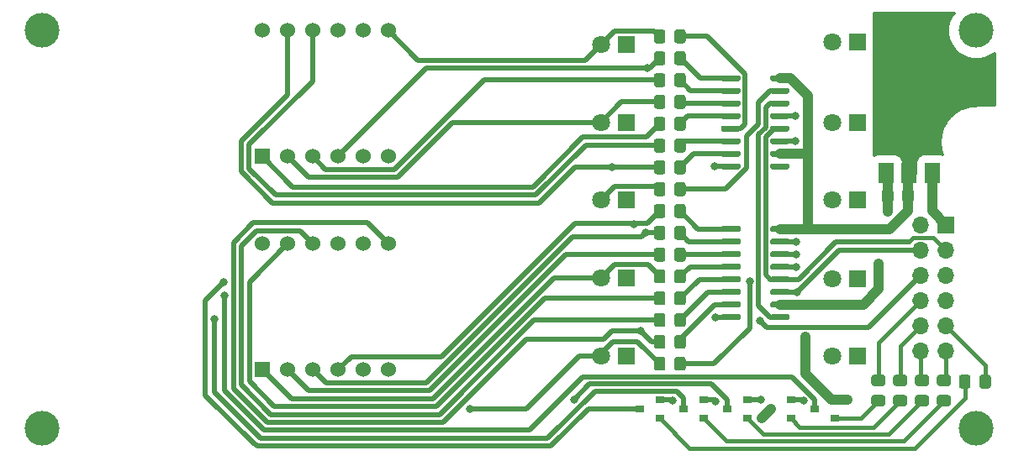
<source format=gbr>
G04 #@! TF.GenerationSoftware,KiCad,Pcbnew,(5.1.6-0-10_14)*
G04 #@! TF.CreationDate,2020-10-10T00:55:13+02:00*
G04 #@! TF.ProjectId,ka3005p_displaydriver,6b613330-3035-4705-9f64-6973706c6179,rev?*
G04 #@! TF.SameCoordinates,Original*
G04 #@! TF.FileFunction,Copper,L1,Top*
G04 #@! TF.FilePolarity,Positive*
%FSLAX46Y46*%
G04 Gerber Fmt 4.6, Leading zero omitted, Abs format (unit mm)*
G04 Created by KiCad (PCBNEW (5.1.6-0-10_14)) date 2020-10-10 00:55:13*
%MOMM*%
%LPD*%
G01*
G04 APERTURE LIST*
G04 #@! TA.AperFunction,NonConductor*
%ADD10C,0.100000*%
G04 #@! TD*
G04 #@! TA.AperFunction,WasherPad*
%ADD11C,3.500000*%
G04 #@! TD*
G04 #@! TA.AperFunction,ComponentPad*
%ADD12C,1.524000*%
G04 #@! TD*
G04 #@! TA.AperFunction,ComponentPad*
%ADD13R,1.524000X1.524000*%
G04 #@! TD*
G04 #@! TA.AperFunction,SMDPad,CuDef*
%ADD14R,0.900000X0.800000*%
G04 #@! TD*
G04 #@! TA.AperFunction,ComponentPad*
%ADD15R,1.800000X1.800000*%
G04 #@! TD*
G04 #@! TA.AperFunction,ComponentPad*
%ADD16C,1.800000*%
G04 #@! TD*
G04 #@! TA.AperFunction,SMDPad,CuDef*
%ADD17R,1.500000X2.000000*%
G04 #@! TD*
G04 #@! TA.AperFunction,SMDPad,CuDef*
%ADD18R,3.800000X2.000000*%
G04 #@! TD*
G04 #@! TA.AperFunction,ComponentPad*
%ADD19R,1.700000X1.700000*%
G04 #@! TD*
G04 #@! TA.AperFunction,ComponentPad*
%ADD20O,1.700000X1.700000*%
G04 #@! TD*
G04 #@! TA.AperFunction,ViaPad*
%ADD21C,0.800000*%
G04 #@! TD*
G04 #@! TA.AperFunction,ViaPad*
%ADD22C,1.000000*%
G04 #@! TD*
G04 #@! TA.AperFunction,ViaPad*
%ADD23C,1.200000*%
G04 #@! TD*
G04 #@! TA.AperFunction,ViaPad*
%ADD24C,2.000000*%
G04 #@! TD*
G04 #@! TA.AperFunction,Conductor*
%ADD25C,0.500000*%
G04 #@! TD*
G04 #@! TA.AperFunction,Conductor*
%ADD26C,0.400000*%
G04 #@! TD*
G04 #@! TA.AperFunction,Conductor*
%ADD27C,1.000000*%
G04 #@! TD*
G04 #@! TA.AperFunction,Conductor*
%ADD28C,0.254000*%
G04 #@! TD*
G04 APERTURE END LIST*
D10*
G36*
X190470000Y-93430000D02*
G01*
X189990000Y-94000000D01*
X189910000Y-93930000D01*
X190400000Y-93370000D01*
X190470000Y-93430000D01*
G37*
D11*
X102500000Y-112600000D03*
X196600000Y-112600000D03*
X196600000Y-72500000D03*
X102500000Y-72500000D03*
G04 #@! TA.AperFunction,SMDPad,CuDef*
G36*
G01*
X189155000Y-89620001D02*
X189155000Y-88719999D01*
G75*
G02*
X189404999Y-88470000I249999J0D01*
G01*
X190055001Y-88470000D01*
G75*
G02*
X190305000Y-88719999I0J-249999D01*
G01*
X190305000Y-89620001D01*
G75*
G02*
X190055001Y-89870000I-249999J0D01*
G01*
X189404999Y-89870000D01*
G75*
G02*
X189155000Y-89620001I0J249999D01*
G01*
G37*
G04 #@! TD.AperFunction*
G04 #@! TA.AperFunction,SMDPad,CuDef*
G36*
G01*
X187105000Y-89620001D02*
X187105000Y-88719999D01*
G75*
G02*
X187354999Y-88470000I249999J0D01*
G01*
X188005001Y-88470000D01*
G75*
G02*
X188255000Y-88719999I0J-249999D01*
G01*
X188255000Y-89620001D01*
G75*
G02*
X188005001Y-89870000I-249999J0D01*
G01*
X187354999Y-89870000D01*
G75*
G02*
X187105000Y-89620001I0J249999D01*
G01*
G37*
G04 #@! TD.AperFunction*
D12*
X137400000Y-72500000D03*
X134860000Y-72500000D03*
X132320000Y-72500000D03*
X129780000Y-72500000D03*
X127240000Y-72500000D03*
X124700000Y-72500000D03*
X137400000Y-85200000D03*
X134860000Y-85200000D03*
X132320000Y-85200000D03*
X129780000Y-85200000D03*
X127240000Y-85200000D03*
D13*
X124700000Y-85200000D03*
G04 #@! TA.AperFunction,SMDPad,CuDef*
G36*
G01*
X188499999Y-109250000D02*
X189400001Y-109250000D01*
G75*
G02*
X189650000Y-109499999I0J-249999D01*
G01*
X189650000Y-110150001D01*
G75*
G02*
X189400001Y-110400000I-249999J0D01*
G01*
X188499999Y-110400000D01*
G75*
G02*
X188250000Y-110150001I0J249999D01*
G01*
X188250000Y-109499999D01*
G75*
G02*
X188499999Y-109250000I249999J0D01*
G01*
G37*
G04 #@! TD.AperFunction*
G04 #@! TA.AperFunction,SMDPad,CuDef*
G36*
G01*
X188499999Y-107200000D02*
X189400001Y-107200000D01*
G75*
G02*
X189650000Y-107449999I0J-249999D01*
G01*
X189650000Y-108100001D01*
G75*
G02*
X189400001Y-108350000I-249999J0D01*
G01*
X188499999Y-108350000D01*
G75*
G02*
X188250000Y-108100001I0J249999D01*
G01*
X188250000Y-107449999D01*
G75*
G02*
X188499999Y-107200000I249999J0D01*
G01*
G37*
G04 #@! TD.AperFunction*
G04 #@! TA.AperFunction,SMDPad,CuDef*
G36*
G01*
X190699999Y-109250000D02*
X191600001Y-109250000D01*
G75*
G02*
X191850000Y-109499999I0J-249999D01*
G01*
X191850000Y-110150001D01*
G75*
G02*
X191600001Y-110400000I-249999J0D01*
G01*
X190699999Y-110400000D01*
G75*
G02*
X190450000Y-110150001I0J249999D01*
G01*
X190450000Y-109499999D01*
G75*
G02*
X190699999Y-109250000I249999J0D01*
G01*
G37*
G04 #@! TD.AperFunction*
G04 #@! TA.AperFunction,SMDPad,CuDef*
G36*
G01*
X190699999Y-107200000D02*
X191600001Y-107200000D01*
G75*
G02*
X191850000Y-107449999I0J-249999D01*
G01*
X191850000Y-108100001D01*
G75*
G02*
X191600001Y-108350000I-249999J0D01*
G01*
X190699999Y-108350000D01*
G75*
G02*
X190450000Y-108100001I0J249999D01*
G01*
X190450000Y-107449999D01*
G75*
G02*
X190699999Y-107200000I249999J0D01*
G01*
G37*
G04 #@! TD.AperFunction*
G04 #@! TA.AperFunction,SMDPad,CuDef*
G36*
G01*
X192899999Y-109250000D02*
X193800001Y-109250000D01*
G75*
G02*
X194050000Y-109499999I0J-249999D01*
G01*
X194050000Y-110150001D01*
G75*
G02*
X193800001Y-110400000I-249999J0D01*
G01*
X192899999Y-110400000D01*
G75*
G02*
X192650000Y-110150001I0J249999D01*
G01*
X192650000Y-109499999D01*
G75*
G02*
X192899999Y-109250000I249999J0D01*
G01*
G37*
G04 #@! TD.AperFunction*
G04 #@! TA.AperFunction,SMDPad,CuDef*
G36*
G01*
X192899999Y-107200000D02*
X193800001Y-107200000D01*
G75*
G02*
X194050000Y-107449999I0J-249999D01*
G01*
X194050000Y-108100001D01*
G75*
G02*
X193800001Y-108350000I-249999J0D01*
G01*
X192899999Y-108350000D01*
G75*
G02*
X192650000Y-108100001I0J249999D01*
G01*
X192650000Y-107449999D01*
G75*
G02*
X192899999Y-107200000I249999J0D01*
G01*
G37*
G04 #@! TD.AperFunction*
D14*
X175950000Y-110650000D03*
X177950000Y-109700000D03*
X177950000Y-111600000D03*
D12*
X137420000Y-94000000D03*
X134880000Y-94000000D03*
X132340000Y-94000000D03*
X129800000Y-94000000D03*
X127260000Y-94000000D03*
X124720000Y-94000000D03*
X137420000Y-106700000D03*
X134880000Y-106700000D03*
X132340000Y-106700000D03*
X129800000Y-106700000D03*
X127260000Y-106700000D03*
D13*
X124720000Y-106700000D03*
D14*
X180350000Y-110650000D03*
X182350000Y-109700000D03*
X182350000Y-111600000D03*
D15*
X161340000Y-81800000D03*
D16*
X158800000Y-81800000D03*
D15*
X184640000Y-73650000D03*
D16*
X182100000Y-73650000D03*
D15*
X184640000Y-97500000D03*
D16*
X182100000Y-97500000D03*
D15*
X161340000Y-105300000D03*
D16*
X158800000Y-105300000D03*
D15*
X184640000Y-89600000D03*
D16*
X182100000Y-89600000D03*
D15*
X161340000Y-89600000D03*
D16*
X158800000Y-89600000D03*
D15*
X161340000Y-73900000D03*
D16*
X158800000Y-73900000D03*
D15*
X184640000Y-81800000D03*
D16*
X182100000Y-81800000D03*
D15*
X184640000Y-105300000D03*
D16*
X182100000Y-105300000D03*
G04 #@! TA.AperFunction,SMDPad,CuDef*
G36*
G01*
X196025000Y-107449999D02*
X196025000Y-108350001D01*
G75*
G02*
X195775001Y-108600000I-249999J0D01*
G01*
X195124999Y-108600000D01*
G75*
G02*
X194875000Y-108350001I0J249999D01*
G01*
X194875000Y-107449999D01*
G75*
G02*
X195124999Y-107200000I249999J0D01*
G01*
X195775001Y-107200000D01*
G75*
G02*
X196025000Y-107449999I0J-249999D01*
G01*
G37*
G04 #@! TD.AperFunction*
G04 #@! TA.AperFunction,SMDPad,CuDef*
G36*
G01*
X198075000Y-107449999D02*
X198075000Y-108350001D01*
G75*
G02*
X197825001Y-108600000I-249999J0D01*
G01*
X197174999Y-108600000D01*
G75*
G02*
X196925000Y-108350001I0J249999D01*
G01*
X196925000Y-107449999D01*
G75*
G02*
X197174999Y-107200000I249999J0D01*
G01*
X197825001Y-107200000D01*
G75*
G02*
X198075000Y-107449999I0J-249999D01*
G01*
G37*
G04 #@! TD.AperFunction*
G04 #@! TA.AperFunction,SMDPad,CuDef*
G36*
G01*
X186299999Y-109250000D02*
X187200001Y-109250000D01*
G75*
G02*
X187450000Y-109499999I0J-249999D01*
G01*
X187450000Y-110150001D01*
G75*
G02*
X187200001Y-110400000I-249999J0D01*
G01*
X186299999Y-110400000D01*
G75*
G02*
X186050000Y-110150001I0J249999D01*
G01*
X186050000Y-109499999D01*
G75*
G02*
X186299999Y-109250000I249999J0D01*
G01*
G37*
G04 #@! TD.AperFunction*
G04 #@! TA.AperFunction,SMDPad,CuDef*
G36*
G01*
X186299999Y-107200000D02*
X187200001Y-107200000D01*
G75*
G02*
X187450000Y-107449999I0J-249999D01*
G01*
X187450000Y-108100001D01*
G75*
G02*
X187200001Y-108350000I-249999J0D01*
G01*
X186299999Y-108350000D01*
G75*
G02*
X186050000Y-108100001I0J249999D01*
G01*
X186050000Y-107449999D01*
G75*
G02*
X186299999Y-107200000I249999J0D01*
G01*
G37*
G04 #@! TD.AperFunction*
D14*
X162750000Y-110650000D03*
X164750000Y-109700000D03*
X164750000Y-111600000D03*
X171550000Y-110650000D03*
X173550000Y-109700000D03*
X173550000Y-111600000D03*
X167150000Y-110650000D03*
X169150000Y-109700000D03*
X169150000Y-111600000D03*
D17*
X187550000Y-86850000D03*
X192150000Y-86850000D03*
X189850000Y-86850000D03*
D18*
X189850000Y-80550000D03*
G04 #@! TA.AperFunction,SMDPad,CuDef*
G36*
G01*
X166200000Y-106550001D02*
X166200000Y-105649999D01*
G75*
G02*
X166449999Y-105400000I249999J0D01*
G01*
X167100001Y-105400000D01*
G75*
G02*
X167350000Y-105649999I0J-249999D01*
G01*
X167350000Y-106550001D01*
G75*
G02*
X167100001Y-106800000I-249999J0D01*
G01*
X166449999Y-106800000D01*
G75*
G02*
X166200000Y-106550001I0J249999D01*
G01*
G37*
G04 #@! TD.AperFunction*
G04 #@! TA.AperFunction,SMDPad,CuDef*
G36*
G01*
X164150000Y-106550001D02*
X164150000Y-105649999D01*
G75*
G02*
X164399999Y-105400000I249999J0D01*
G01*
X165050001Y-105400000D01*
G75*
G02*
X165300000Y-105649999I0J-249999D01*
G01*
X165300000Y-106550001D01*
G75*
G02*
X165050001Y-106800000I-249999J0D01*
G01*
X164399999Y-106800000D01*
G75*
G02*
X164150000Y-106550001I0J249999D01*
G01*
G37*
G04 #@! TD.AperFunction*
G04 #@! TA.AperFunction,SMDPad,CuDef*
G36*
G01*
X166205000Y-91150001D02*
X166205000Y-90249999D01*
G75*
G02*
X166454999Y-90000000I249999J0D01*
G01*
X167105001Y-90000000D01*
G75*
G02*
X167355000Y-90249999I0J-249999D01*
G01*
X167355000Y-91150001D01*
G75*
G02*
X167105001Y-91400000I-249999J0D01*
G01*
X166454999Y-91400000D01*
G75*
G02*
X166205000Y-91150001I0J249999D01*
G01*
G37*
G04 #@! TD.AperFunction*
G04 #@! TA.AperFunction,SMDPad,CuDef*
G36*
G01*
X164155000Y-91150001D02*
X164155000Y-90249999D01*
G75*
G02*
X164404999Y-90000000I249999J0D01*
G01*
X165055001Y-90000000D01*
G75*
G02*
X165305000Y-90249999I0J-249999D01*
G01*
X165305000Y-91150001D01*
G75*
G02*
X165055001Y-91400000I-249999J0D01*
G01*
X164404999Y-91400000D01*
G75*
G02*
X164155000Y-91150001I0J249999D01*
G01*
G37*
G04 #@! TD.AperFunction*
G04 #@! TA.AperFunction,SMDPad,CuDef*
G36*
G01*
X166205000Y-93350001D02*
X166205000Y-92449999D01*
G75*
G02*
X166454999Y-92200000I249999J0D01*
G01*
X167105001Y-92200000D01*
G75*
G02*
X167355000Y-92449999I0J-249999D01*
G01*
X167355000Y-93350001D01*
G75*
G02*
X167105001Y-93600000I-249999J0D01*
G01*
X166454999Y-93600000D01*
G75*
G02*
X166205000Y-93350001I0J249999D01*
G01*
G37*
G04 #@! TD.AperFunction*
G04 #@! TA.AperFunction,SMDPad,CuDef*
G36*
G01*
X164155000Y-93350001D02*
X164155000Y-92449999D01*
G75*
G02*
X164404999Y-92200000I249999J0D01*
G01*
X165055001Y-92200000D01*
G75*
G02*
X165305000Y-92449999I0J-249999D01*
G01*
X165305000Y-93350001D01*
G75*
G02*
X165055001Y-93600000I-249999J0D01*
G01*
X164404999Y-93600000D01*
G75*
G02*
X164155000Y-93350001I0J249999D01*
G01*
G37*
G04 #@! TD.AperFunction*
G04 #@! TA.AperFunction,SMDPad,CuDef*
G36*
G01*
X166205000Y-95550001D02*
X166205000Y-94649999D01*
G75*
G02*
X166454999Y-94400000I249999J0D01*
G01*
X167105001Y-94400000D01*
G75*
G02*
X167355000Y-94649999I0J-249999D01*
G01*
X167355000Y-95550001D01*
G75*
G02*
X167105001Y-95800000I-249999J0D01*
G01*
X166454999Y-95800000D01*
G75*
G02*
X166205000Y-95550001I0J249999D01*
G01*
G37*
G04 #@! TD.AperFunction*
G04 #@! TA.AperFunction,SMDPad,CuDef*
G36*
G01*
X164155000Y-95550001D02*
X164155000Y-94649999D01*
G75*
G02*
X164404999Y-94400000I249999J0D01*
G01*
X165055001Y-94400000D01*
G75*
G02*
X165305000Y-94649999I0J-249999D01*
G01*
X165305000Y-95550001D01*
G75*
G02*
X165055001Y-95800000I-249999J0D01*
G01*
X164404999Y-95800000D01*
G75*
G02*
X164155000Y-95550001I0J249999D01*
G01*
G37*
G04 #@! TD.AperFunction*
G04 #@! TA.AperFunction,SMDPad,CuDef*
G36*
G01*
X166205000Y-97750001D02*
X166205000Y-96849999D01*
G75*
G02*
X166454999Y-96600000I249999J0D01*
G01*
X167105001Y-96600000D01*
G75*
G02*
X167355000Y-96849999I0J-249999D01*
G01*
X167355000Y-97750001D01*
G75*
G02*
X167105001Y-98000000I-249999J0D01*
G01*
X166454999Y-98000000D01*
G75*
G02*
X166205000Y-97750001I0J249999D01*
G01*
G37*
G04 #@! TD.AperFunction*
G04 #@! TA.AperFunction,SMDPad,CuDef*
G36*
G01*
X164155000Y-97750001D02*
X164155000Y-96849999D01*
G75*
G02*
X164404999Y-96600000I249999J0D01*
G01*
X165055001Y-96600000D01*
G75*
G02*
X165305000Y-96849999I0J-249999D01*
G01*
X165305000Y-97750001D01*
G75*
G02*
X165055001Y-98000000I-249999J0D01*
G01*
X164404999Y-98000000D01*
G75*
G02*
X164155000Y-97750001I0J249999D01*
G01*
G37*
G04 #@! TD.AperFunction*
G04 #@! TA.AperFunction,SMDPad,CuDef*
G36*
G01*
X166205000Y-99950001D02*
X166205000Y-99049999D01*
G75*
G02*
X166454999Y-98800000I249999J0D01*
G01*
X167105001Y-98800000D01*
G75*
G02*
X167355000Y-99049999I0J-249999D01*
G01*
X167355000Y-99950001D01*
G75*
G02*
X167105001Y-100200000I-249999J0D01*
G01*
X166454999Y-100200000D01*
G75*
G02*
X166205000Y-99950001I0J249999D01*
G01*
G37*
G04 #@! TD.AperFunction*
G04 #@! TA.AperFunction,SMDPad,CuDef*
G36*
G01*
X164155000Y-99950001D02*
X164155000Y-99049999D01*
G75*
G02*
X164404999Y-98800000I249999J0D01*
G01*
X165055001Y-98800000D01*
G75*
G02*
X165305000Y-99049999I0J-249999D01*
G01*
X165305000Y-99950001D01*
G75*
G02*
X165055001Y-100200000I-249999J0D01*
G01*
X164404999Y-100200000D01*
G75*
G02*
X164155000Y-99950001I0J249999D01*
G01*
G37*
G04 #@! TD.AperFunction*
G04 #@! TA.AperFunction,SMDPad,CuDef*
G36*
G01*
X166205000Y-102150001D02*
X166205000Y-101249999D01*
G75*
G02*
X166454999Y-101000000I249999J0D01*
G01*
X167105001Y-101000000D01*
G75*
G02*
X167355000Y-101249999I0J-249999D01*
G01*
X167355000Y-102150001D01*
G75*
G02*
X167105001Y-102400000I-249999J0D01*
G01*
X166454999Y-102400000D01*
G75*
G02*
X166205000Y-102150001I0J249999D01*
G01*
G37*
G04 #@! TD.AperFunction*
G04 #@! TA.AperFunction,SMDPad,CuDef*
G36*
G01*
X164155000Y-102150001D02*
X164155000Y-101249999D01*
G75*
G02*
X164404999Y-101000000I249999J0D01*
G01*
X165055001Y-101000000D01*
G75*
G02*
X165305000Y-101249999I0J-249999D01*
G01*
X165305000Y-102150001D01*
G75*
G02*
X165055001Y-102400000I-249999J0D01*
G01*
X164404999Y-102400000D01*
G75*
G02*
X164155000Y-102150001I0J249999D01*
G01*
G37*
G04 #@! TD.AperFunction*
G04 #@! TA.AperFunction,SMDPad,CuDef*
G36*
G01*
X166205000Y-104350001D02*
X166205000Y-103449999D01*
G75*
G02*
X166454999Y-103200000I249999J0D01*
G01*
X167105001Y-103200000D01*
G75*
G02*
X167355000Y-103449999I0J-249999D01*
G01*
X167355000Y-104350001D01*
G75*
G02*
X167105001Y-104600000I-249999J0D01*
G01*
X166454999Y-104600000D01*
G75*
G02*
X166205000Y-104350001I0J249999D01*
G01*
G37*
G04 #@! TD.AperFunction*
G04 #@! TA.AperFunction,SMDPad,CuDef*
G36*
G01*
X164155000Y-104350001D02*
X164155000Y-103449999D01*
G75*
G02*
X164404999Y-103200000I249999J0D01*
G01*
X165055001Y-103200000D01*
G75*
G02*
X165305000Y-103449999I0J-249999D01*
G01*
X165305000Y-104350001D01*
G75*
G02*
X165055001Y-104600000I-249999J0D01*
G01*
X164404999Y-104600000D01*
G75*
G02*
X164155000Y-104350001I0J249999D01*
G01*
G37*
G04 #@! TD.AperFunction*
G04 #@! TA.AperFunction,SMDPad,CuDef*
G36*
G01*
X166200000Y-88950001D02*
X166200000Y-88049999D01*
G75*
G02*
X166449999Y-87800000I249999J0D01*
G01*
X167100001Y-87800000D01*
G75*
G02*
X167350000Y-88049999I0J-249999D01*
G01*
X167350000Y-88950001D01*
G75*
G02*
X167100001Y-89200000I-249999J0D01*
G01*
X166449999Y-89200000D01*
G75*
G02*
X166200000Y-88950001I0J249999D01*
G01*
G37*
G04 #@! TD.AperFunction*
G04 #@! TA.AperFunction,SMDPad,CuDef*
G36*
G01*
X164150000Y-88950001D02*
X164150000Y-88049999D01*
G75*
G02*
X164399999Y-87800000I249999J0D01*
G01*
X165050001Y-87800000D01*
G75*
G02*
X165300000Y-88049999I0J-249999D01*
G01*
X165300000Y-88950001D01*
G75*
G02*
X165050001Y-89200000I-249999J0D01*
G01*
X164399999Y-89200000D01*
G75*
G02*
X164150000Y-88950001I0J249999D01*
G01*
G37*
G04 #@! TD.AperFunction*
G04 #@! TA.AperFunction,SMDPad,CuDef*
G36*
G01*
X166205000Y-75750001D02*
X166205000Y-74849999D01*
G75*
G02*
X166454999Y-74600000I249999J0D01*
G01*
X167105001Y-74600000D01*
G75*
G02*
X167355000Y-74849999I0J-249999D01*
G01*
X167355000Y-75750001D01*
G75*
G02*
X167105001Y-76000000I-249999J0D01*
G01*
X166454999Y-76000000D01*
G75*
G02*
X166205000Y-75750001I0J249999D01*
G01*
G37*
G04 #@! TD.AperFunction*
G04 #@! TA.AperFunction,SMDPad,CuDef*
G36*
G01*
X164155000Y-75750001D02*
X164155000Y-74849999D01*
G75*
G02*
X164404999Y-74600000I249999J0D01*
G01*
X165055001Y-74600000D01*
G75*
G02*
X165305000Y-74849999I0J-249999D01*
G01*
X165305000Y-75750001D01*
G75*
G02*
X165055001Y-76000000I-249999J0D01*
G01*
X164404999Y-76000000D01*
G75*
G02*
X164155000Y-75750001I0J249999D01*
G01*
G37*
G04 #@! TD.AperFunction*
G04 #@! TA.AperFunction,SMDPad,CuDef*
G36*
G01*
X166195000Y-77950001D02*
X166195000Y-77049999D01*
G75*
G02*
X166444999Y-76800000I249999J0D01*
G01*
X167095001Y-76800000D01*
G75*
G02*
X167345000Y-77049999I0J-249999D01*
G01*
X167345000Y-77950001D01*
G75*
G02*
X167095001Y-78200000I-249999J0D01*
G01*
X166444999Y-78200000D01*
G75*
G02*
X166195000Y-77950001I0J249999D01*
G01*
G37*
G04 #@! TD.AperFunction*
G04 #@! TA.AperFunction,SMDPad,CuDef*
G36*
G01*
X164145000Y-77950001D02*
X164145000Y-77049999D01*
G75*
G02*
X164394999Y-76800000I249999J0D01*
G01*
X165045001Y-76800000D01*
G75*
G02*
X165295000Y-77049999I0J-249999D01*
G01*
X165295000Y-77950001D01*
G75*
G02*
X165045001Y-78200000I-249999J0D01*
G01*
X164394999Y-78200000D01*
G75*
G02*
X164145000Y-77950001I0J249999D01*
G01*
G37*
G04 #@! TD.AperFunction*
G04 #@! TA.AperFunction,SMDPad,CuDef*
G36*
G01*
X166205000Y-80150001D02*
X166205000Y-79249999D01*
G75*
G02*
X166454999Y-79000000I249999J0D01*
G01*
X167105001Y-79000000D01*
G75*
G02*
X167355000Y-79249999I0J-249999D01*
G01*
X167355000Y-80150001D01*
G75*
G02*
X167105001Y-80400000I-249999J0D01*
G01*
X166454999Y-80400000D01*
G75*
G02*
X166205000Y-80150001I0J249999D01*
G01*
G37*
G04 #@! TD.AperFunction*
G04 #@! TA.AperFunction,SMDPad,CuDef*
G36*
G01*
X164155000Y-80150001D02*
X164155000Y-79249999D01*
G75*
G02*
X164404999Y-79000000I249999J0D01*
G01*
X165055001Y-79000000D01*
G75*
G02*
X165305000Y-79249999I0J-249999D01*
G01*
X165305000Y-80150001D01*
G75*
G02*
X165055001Y-80400000I-249999J0D01*
G01*
X164404999Y-80400000D01*
G75*
G02*
X164155000Y-80150001I0J249999D01*
G01*
G37*
G04 #@! TD.AperFunction*
G04 #@! TA.AperFunction,SMDPad,CuDef*
G36*
G01*
X166195000Y-82350001D02*
X166195000Y-81449999D01*
G75*
G02*
X166444999Y-81200000I249999J0D01*
G01*
X167095001Y-81200000D01*
G75*
G02*
X167345000Y-81449999I0J-249999D01*
G01*
X167345000Y-82350001D01*
G75*
G02*
X167095001Y-82600000I-249999J0D01*
G01*
X166444999Y-82600000D01*
G75*
G02*
X166195000Y-82350001I0J249999D01*
G01*
G37*
G04 #@! TD.AperFunction*
G04 #@! TA.AperFunction,SMDPad,CuDef*
G36*
G01*
X164145000Y-82350001D02*
X164145000Y-81449999D01*
G75*
G02*
X164394999Y-81200000I249999J0D01*
G01*
X165045001Y-81200000D01*
G75*
G02*
X165295000Y-81449999I0J-249999D01*
G01*
X165295000Y-82350001D01*
G75*
G02*
X165045001Y-82600000I-249999J0D01*
G01*
X164394999Y-82600000D01*
G75*
G02*
X164145000Y-82350001I0J249999D01*
G01*
G37*
G04 #@! TD.AperFunction*
G04 #@! TA.AperFunction,SMDPad,CuDef*
G36*
G01*
X166205000Y-73550001D02*
X166205000Y-72649999D01*
G75*
G02*
X166454999Y-72400000I249999J0D01*
G01*
X167105001Y-72400000D01*
G75*
G02*
X167355000Y-72649999I0J-249999D01*
G01*
X167355000Y-73550001D01*
G75*
G02*
X167105001Y-73800000I-249999J0D01*
G01*
X166454999Y-73800000D01*
G75*
G02*
X166205000Y-73550001I0J249999D01*
G01*
G37*
G04 #@! TD.AperFunction*
G04 #@! TA.AperFunction,SMDPad,CuDef*
G36*
G01*
X164155000Y-73550001D02*
X164155000Y-72649999D01*
G75*
G02*
X164404999Y-72400000I249999J0D01*
G01*
X165055001Y-72400000D01*
G75*
G02*
X165305000Y-72649999I0J-249999D01*
G01*
X165305000Y-73550001D01*
G75*
G02*
X165055001Y-73800000I-249999J0D01*
G01*
X164404999Y-73800000D01*
G75*
G02*
X164155000Y-73550001I0J249999D01*
G01*
G37*
G04 #@! TD.AperFunction*
G04 #@! TA.AperFunction,SMDPad,CuDef*
G36*
G01*
X164145000Y-84550001D02*
X164145000Y-83649999D01*
G75*
G02*
X164394999Y-83400000I249999J0D01*
G01*
X165045001Y-83400000D01*
G75*
G02*
X165295000Y-83649999I0J-249999D01*
G01*
X165295000Y-84550001D01*
G75*
G02*
X165045001Y-84800000I-249999J0D01*
G01*
X164394999Y-84800000D01*
G75*
G02*
X164145000Y-84550001I0J249999D01*
G01*
G37*
G04 #@! TD.AperFunction*
G04 #@! TA.AperFunction,SMDPad,CuDef*
G36*
G01*
X166195000Y-84550001D02*
X166195000Y-83649999D01*
G75*
G02*
X166444999Y-83400000I249999J0D01*
G01*
X167095001Y-83400000D01*
G75*
G02*
X167345000Y-83649999I0J-249999D01*
G01*
X167345000Y-84550001D01*
G75*
G02*
X167095001Y-84800000I-249999J0D01*
G01*
X166444999Y-84800000D01*
G75*
G02*
X166195000Y-84550001I0J249999D01*
G01*
G37*
G04 #@! TD.AperFunction*
G04 #@! TA.AperFunction,SMDPad,CuDef*
G36*
G01*
X166195000Y-86750001D02*
X166195000Y-85849999D01*
G75*
G02*
X166444999Y-85600000I249999J0D01*
G01*
X167095001Y-85600000D01*
G75*
G02*
X167345000Y-85849999I0J-249999D01*
G01*
X167345000Y-86750001D01*
G75*
G02*
X167095001Y-87000000I-249999J0D01*
G01*
X166444999Y-87000000D01*
G75*
G02*
X166195000Y-86750001I0J249999D01*
G01*
G37*
G04 #@! TD.AperFunction*
G04 #@! TA.AperFunction,SMDPad,CuDef*
G36*
G01*
X164145000Y-86750001D02*
X164145000Y-85849999D01*
G75*
G02*
X164394999Y-85600000I249999J0D01*
G01*
X165045001Y-85600000D01*
G75*
G02*
X165295000Y-85849999I0J-249999D01*
G01*
X165295000Y-86750001D01*
G75*
G02*
X165045001Y-87000000I-249999J0D01*
G01*
X164394999Y-87000000D01*
G75*
G02*
X164145000Y-86750001I0J249999D01*
G01*
G37*
G04 #@! TD.AperFunction*
G04 #@! TA.AperFunction,SMDPad,CuDef*
G36*
G01*
X175875000Y-92655000D02*
X175875000Y-92355000D01*
G75*
G02*
X176025000Y-92205000I150000J0D01*
G01*
X177675000Y-92205000D01*
G75*
G02*
X177825000Y-92355000I0J-150000D01*
G01*
X177825000Y-92655000D01*
G75*
G02*
X177675000Y-92805000I-150000J0D01*
G01*
X176025000Y-92805000D01*
G75*
G02*
X175875000Y-92655000I0J150000D01*
G01*
G37*
G04 #@! TD.AperFunction*
G04 #@! TA.AperFunction,SMDPad,CuDef*
G36*
G01*
X175875000Y-93925000D02*
X175875000Y-93625000D01*
G75*
G02*
X176025000Y-93475000I150000J0D01*
G01*
X177675000Y-93475000D01*
G75*
G02*
X177825000Y-93625000I0J-150000D01*
G01*
X177825000Y-93925000D01*
G75*
G02*
X177675000Y-94075000I-150000J0D01*
G01*
X176025000Y-94075000D01*
G75*
G02*
X175875000Y-93925000I0J150000D01*
G01*
G37*
G04 #@! TD.AperFunction*
G04 #@! TA.AperFunction,SMDPad,CuDef*
G36*
G01*
X175875000Y-95195000D02*
X175875000Y-94895000D01*
G75*
G02*
X176025000Y-94745000I150000J0D01*
G01*
X177675000Y-94745000D01*
G75*
G02*
X177825000Y-94895000I0J-150000D01*
G01*
X177825000Y-95195000D01*
G75*
G02*
X177675000Y-95345000I-150000J0D01*
G01*
X176025000Y-95345000D01*
G75*
G02*
X175875000Y-95195000I0J150000D01*
G01*
G37*
G04 #@! TD.AperFunction*
G04 #@! TA.AperFunction,SMDPad,CuDef*
G36*
G01*
X175875000Y-96465000D02*
X175875000Y-96165000D01*
G75*
G02*
X176025000Y-96015000I150000J0D01*
G01*
X177675000Y-96015000D01*
G75*
G02*
X177825000Y-96165000I0J-150000D01*
G01*
X177825000Y-96465000D01*
G75*
G02*
X177675000Y-96615000I-150000J0D01*
G01*
X176025000Y-96615000D01*
G75*
G02*
X175875000Y-96465000I0J150000D01*
G01*
G37*
G04 #@! TD.AperFunction*
G04 #@! TA.AperFunction,SMDPad,CuDef*
G36*
G01*
X175875000Y-97735000D02*
X175875000Y-97435000D01*
G75*
G02*
X176025000Y-97285000I150000J0D01*
G01*
X177675000Y-97285000D01*
G75*
G02*
X177825000Y-97435000I0J-150000D01*
G01*
X177825000Y-97735000D01*
G75*
G02*
X177675000Y-97885000I-150000J0D01*
G01*
X176025000Y-97885000D01*
G75*
G02*
X175875000Y-97735000I0J150000D01*
G01*
G37*
G04 #@! TD.AperFunction*
G04 #@! TA.AperFunction,SMDPad,CuDef*
G36*
G01*
X175875000Y-99005000D02*
X175875000Y-98705000D01*
G75*
G02*
X176025000Y-98555000I150000J0D01*
G01*
X177675000Y-98555000D01*
G75*
G02*
X177825000Y-98705000I0J-150000D01*
G01*
X177825000Y-99005000D01*
G75*
G02*
X177675000Y-99155000I-150000J0D01*
G01*
X176025000Y-99155000D01*
G75*
G02*
X175875000Y-99005000I0J150000D01*
G01*
G37*
G04 #@! TD.AperFunction*
G04 #@! TA.AperFunction,SMDPad,CuDef*
G36*
G01*
X175875000Y-100275000D02*
X175875000Y-99975000D01*
G75*
G02*
X176025000Y-99825000I150000J0D01*
G01*
X177675000Y-99825000D01*
G75*
G02*
X177825000Y-99975000I0J-150000D01*
G01*
X177825000Y-100275000D01*
G75*
G02*
X177675000Y-100425000I-150000J0D01*
G01*
X176025000Y-100425000D01*
G75*
G02*
X175875000Y-100275000I0J150000D01*
G01*
G37*
G04 #@! TD.AperFunction*
G04 #@! TA.AperFunction,SMDPad,CuDef*
G36*
G01*
X175875000Y-101545000D02*
X175875000Y-101245000D01*
G75*
G02*
X176025000Y-101095000I150000J0D01*
G01*
X177675000Y-101095000D01*
G75*
G02*
X177825000Y-101245000I0J-150000D01*
G01*
X177825000Y-101545000D01*
G75*
G02*
X177675000Y-101695000I-150000J0D01*
G01*
X176025000Y-101695000D01*
G75*
G02*
X175875000Y-101545000I0J150000D01*
G01*
G37*
G04 #@! TD.AperFunction*
G04 #@! TA.AperFunction,SMDPad,CuDef*
G36*
G01*
X170925000Y-101545000D02*
X170925000Y-101245000D01*
G75*
G02*
X171075000Y-101095000I150000J0D01*
G01*
X172725000Y-101095000D01*
G75*
G02*
X172875000Y-101245000I0J-150000D01*
G01*
X172875000Y-101545000D01*
G75*
G02*
X172725000Y-101695000I-150000J0D01*
G01*
X171075000Y-101695000D01*
G75*
G02*
X170925000Y-101545000I0J150000D01*
G01*
G37*
G04 #@! TD.AperFunction*
G04 #@! TA.AperFunction,SMDPad,CuDef*
G36*
G01*
X170925000Y-100275000D02*
X170925000Y-99975000D01*
G75*
G02*
X171075000Y-99825000I150000J0D01*
G01*
X172725000Y-99825000D01*
G75*
G02*
X172875000Y-99975000I0J-150000D01*
G01*
X172875000Y-100275000D01*
G75*
G02*
X172725000Y-100425000I-150000J0D01*
G01*
X171075000Y-100425000D01*
G75*
G02*
X170925000Y-100275000I0J150000D01*
G01*
G37*
G04 #@! TD.AperFunction*
G04 #@! TA.AperFunction,SMDPad,CuDef*
G36*
G01*
X170925000Y-99005000D02*
X170925000Y-98705000D01*
G75*
G02*
X171075000Y-98555000I150000J0D01*
G01*
X172725000Y-98555000D01*
G75*
G02*
X172875000Y-98705000I0J-150000D01*
G01*
X172875000Y-99005000D01*
G75*
G02*
X172725000Y-99155000I-150000J0D01*
G01*
X171075000Y-99155000D01*
G75*
G02*
X170925000Y-99005000I0J150000D01*
G01*
G37*
G04 #@! TD.AperFunction*
G04 #@! TA.AperFunction,SMDPad,CuDef*
G36*
G01*
X170925000Y-97735000D02*
X170925000Y-97435000D01*
G75*
G02*
X171075000Y-97285000I150000J0D01*
G01*
X172725000Y-97285000D01*
G75*
G02*
X172875000Y-97435000I0J-150000D01*
G01*
X172875000Y-97735000D01*
G75*
G02*
X172725000Y-97885000I-150000J0D01*
G01*
X171075000Y-97885000D01*
G75*
G02*
X170925000Y-97735000I0J150000D01*
G01*
G37*
G04 #@! TD.AperFunction*
G04 #@! TA.AperFunction,SMDPad,CuDef*
G36*
G01*
X170925000Y-96465000D02*
X170925000Y-96165000D01*
G75*
G02*
X171075000Y-96015000I150000J0D01*
G01*
X172725000Y-96015000D01*
G75*
G02*
X172875000Y-96165000I0J-150000D01*
G01*
X172875000Y-96465000D01*
G75*
G02*
X172725000Y-96615000I-150000J0D01*
G01*
X171075000Y-96615000D01*
G75*
G02*
X170925000Y-96465000I0J150000D01*
G01*
G37*
G04 #@! TD.AperFunction*
G04 #@! TA.AperFunction,SMDPad,CuDef*
G36*
G01*
X170925000Y-95195000D02*
X170925000Y-94895000D01*
G75*
G02*
X171075000Y-94745000I150000J0D01*
G01*
X172725000Y-94745000D01*
G75*
G02*
X172875000Y-94895000I0J-150000D01*
G01*
X172875000Y-95195000D01*
G75*
G02*
X172725000Y-95345000I-150000J0D01*
G01*
X171075000Y-95345000D01*
G75*
G02*
X170925000Y-95195000I0J150000D01*
G01*
G37*
G04 #@! TD.AperFunction*
G04 #@! TA.AperFunction,SMDPad,CuDef*
G36*
G01*
X170925000Y-93925000D02*
X170925000Y-93625000D01*
G75*
G02*
X171075000Y-93475000I150000J0D01*
G01*
X172725000Y-93475000D01*
G75*
G02*
X172875000Y-93625000I0J-150000D01*
G01*
X172875000Y-93925000D01*
G75*
G02*
X172725000Y-94075000I-150000J0D01*
G01*
X171075000Y-94075000D01*
G75*
G02*
X170925000Y-93925000I0J150000D01*
G01*
G37*
G04 #@! TD.AperFunction*
G04 #@! TA.AperFunction,SMDPad,CuDef*
G36*
G01*
X170925000Y-92655000D02*
X170925000Y-92355000D01*
G75*
G02*
X171075000Y-92205000I150000J0D01*
G01*
X172725000Y-92205000D01*
G75*
G02*
X172875000Y-92355000I0J-150000D01*
G01*
X172875000Y-92655000D01*
G75*
G02*
X172725000Y-92805000I-150000J0D01*
G01*
X171075000Y-92805000D01*
G75*
G02*
X170925000Y-92655000I0J150000D01*
G01*
G37*
G04 #@! TD.AperFunction*
G04 #@! TA.AperFunction,SMDPad,CuDef*
G36*
G01*
X175850000Y-77455000D02*
X175850000Y-77155000D01*
G75*
G02*
X176000000Y-77005000I150000J0D01*
G01*
X177650000Y-77005000D01*
G75*
G02*
X177800000Y-77155000I0J-150000D01*
G01*
X177800000Y-77455000D01*
G75*
G02*
X177650000Y-77605000I-150000J0D01*
G01*
X176000000Y-77605000D01*
G75*
G02*
X175850000Y-77455000I0J150000D01*
G01*
G37*
G04 #@! TD.AperFunction*
G04 #@! TA.AperFunction,SMDPad,CuDef*
G36*
G01*
X175850000Y-78725000D02*
X175850000Y-78425000D01*
G75*
G02*
X176000000Y-78275000I150000J0D01*
G01*
X177650000Y-78275000D01*
G75*
G02*
X177800000Y-78425000I0J-150000D01*
G01*
X177800000Y-78725000D01*
G75*
G02*
X177650000Y-78875000I-150000J0D01*
G01*
X176000000Y-78875000D01*
G75*
G02*
X175850000Y-78725000I0J150000D01*
G01*
G37*
G04 #@! TD.AperFunction*
G04 #@! TA.AperFunction,SMDPad,CuDef*
G36*
G01*
X175850000Y-79995000D02*
X175850000Y-79695000D01*
G75*
G02*
X176000000Y-79545000I150000J0D01*
G01*
X177650000Y-79545000D01*
G75*
G02*
X177800000Y-79695000I0J-150000D01*
G01*
X177800000Y-79995000D01*
G75*
G02*
X177650000Y-80145000I-150000J0D01*
G01*
X176000000Y-80145000D01*
G75*
G02*
X175850000Y-79995000I0J150000D01*
G01*
G37*
G04 #@! TD.AperFunction*
G04 #@! TA.AperFunction,SMDPad,CuDef*
G36*
G01*
X175850000Y-81265000D02*
X175850000Y-80965000D01*
G75*
G02*
X176000000Y-80815000I150000J0D01*
G01*
X177650000Y-80815000D01*
G75*
G02*
X177800000Y-80965000I0J-150000D01*
G01*
X177800000Y-81265000D01*
G75*
G02*
X177650000Y-81415000I-150000J0D01*
G01*
X176000000Y-81415000D01*
G75*
G02*
X175850000Y-81265000I0J150000D01*
G01*
G37*
G04 #@! TD.AperFunction*
G04 #@! TA.AperFunction,SMDPad,CuDef*
G36*
G01*
X175850000Y-82535000D02*
X175850000Y-82235000D01*
G75*
G02*
X176000000Y-82085000I150000J0D01*
G01*
X177650000Y-82085000D01*
G75*
G02*
X177800000Y-82235000I0J-150000D01*
G01*
X177800000Y-82535000D01*
G75*
G02*
X177650000Y-82685000I-150000J0D01*
G01*
X176000000Y-82685000D01*
G75*
G02*
X175850000Y-82535000I0J150000D01*
G01*
G37*
G04 #@! TD.AperFunction*
G04 #@! TA.AperFunction,SMDPad,CuDef*
G36*
G01*
X175850000Y-83805000D02*
X175850000Y-83505000D01*
G75*
G02*
X176000000Y-83355000I150000J0D01*
G01*
X177650000Y-83355000D01*
G75*
G02*
X177800000Y-83505000I0J-150000D01*
G01*
X177800000Y-83805000D01*
G75*
G02*
X177650000Y-83955000I-150000J0D01*
G01*
X176000000Y-83955000D01*
G75*
G02*
X175850000Y-83805000I0J150000D01*
G01*
G37*
G04 #@! TD.AperFunction*
G04 #@! TA.AperFunction,SMDPad,CuDef*
G36*
G01*
X175850000Y-85075000D02*
X175850000Y-84775000D01*
G75*
G02*
X176000000Y-84625000I150000J0D01*
G01*
X177650000Y-84625000D01*
G75*
G02*
X177800000Y-84775000I0J-150000D01*
G01*
X177800000Y-85075000D01*
G75*
G02*
X177650000Y-85225000I-150000J0D01*
G01*
X176000000Y-85225000D01*
G75*
G02*
X175850000Y-85075000I0J150000D01*
G01*
G37*
G04 #@! TD.AperFunction*
G04 #@! TA.AperFunction,SMDPad,CuDef*
G36*
G01*
X175850000Y-86345000D02*
X175850000Y-86045000D01*
G75*
G02*
X176000000Y-85895000I150000J0D01*
G01*
X177650000Y-85895000D01*
G75*
G02*
X177800000Y-86045000I0J-150000D01*
G01*
X177800000Y-86345000D01*
G75*
G02*
X177650000Y-86495000I-150000J0D01*
G01*
X176000000Y-86495000D01*
G75*
G02*
X175850000Y-86345000I0J150000D01*
G01*
G37*
G04 #@! TD.AperFunction*
G04 #@! TA.AperFunction,SMDPad,CuDef*
G36*
G01*
X170900000Y-86345000D02*
X170900000Y-86045000D01*
G75*
G02*
X171050000Y-85895000I150000J0D01*
G01*
X172700000Y-85895000D01*
G75*
G02*
X172850000Y-86045000I0J-150000D01*
G01*
X172850000Y-86345000D01*
G75*
G02*
X172700000Y-86495000I-150000J0D01*
G01*
X171050000Y-86495000D01*
G75*
G02*
X170900000Y-86345000I0J150000D01*
G01*
G37*
G04 #@! TD.AperFunction*
G04 #@! TA.AperFunction,SMDPad,CuDef*
G36*
G01*
X170900000Y-85075000D02*
X170900000Y-84775000D01*
G75*
G02*
X171050000Y-84625000I150000J0D01*
G01*
X172700000Y-84625000D01*
G75*
G02*
X172850000Y-84775000I0J-150000D01*
G01*
X172850000Y-85075000D01*
G75*
G02*
X172700000Y-85225000I-150000J0D01*
G01*
X171050000Y-85225000D01*
G75*
G02*
X170900000Y-85075000I0J150000D01*
G01*
G37*
G04 #@! TD.AperFunction*
G04 #@! TA.AperFunction,SMDPad,CuDef*
G36*
G01*
X170900000Y-83805000D02*
X170900000Y-83505000D01*
G75*
G02*
X171050000Y-83355000I150000J0D01*
G01*
X172700000Y-83355000D01*
G75*
G02*
X172850000Y-83505000I0J-150000D01*
G01*
X172850000Y-83805000D01*
G75*
G02*
X172700000Y-83955000I-150000J0D01*
G01*
X171050000Y-83955000D01*
G75*
G02*
X170900000Y-83805000I0J150000D01*
G01*
G37*
G04 #@! TD.AperFunction*
G04 #@! TA.AperFunction,SMDPad,CuDef*
G36*
G01*
X170900000Y-82535000D02*
X170900000Y-82235000D01*
G75*
G02*
X171050000Y-82085000I150000J0D01*
G01*
X172700000Y-82085000D01*
G75*
G02*
X172850000Y-82235000I0J-150000D01*
G01*
X172850000Y-82535000D01*
G75*
G02*
X172700000Y-82685000I-150000J0D01*
G01*
X171050000Y-82685000D01*
G75*
G02*
X170900000Y-82535000I0J150000D01*
G01*
G37*
G04 #@! TD.AperFunction*
G04 #@! TA.AperFunction,SMDPad,CuDef*
G36*
G01*
X170900000Y-81265000D02*
X170900000Y-80965000D01*
G75*
G02*
X171050000Y-80815000I150000J0D01*
G01*
X172700000Y-80815000D01*
G75*
G02*
X172850000Y-80965000I0J-150000D01*
G01*
X172850000Y-81265000D01*
G75*
G02*
X172700000Y-81415000I-150000J0D01*
G01*
X171050000Y-81415000D01*
G75*
G02*
X170900000Y-81265000I0J150000D01*
G01*
G37*
G04 #@! TD.AperFunction*
G04 #@! TA.AperFunction,SMDPad,CuDef*
G36*
G01*
X170900000Y-79995000D02*
X170900000Y-79695000D01*
G75*
G02*
X171050000Y-79545000I150000J0D01*
G01*
X172700000Y-79545000D01*
G75*
G02*
X172850000Y-79695000I0J-150000D01*
G01*
X172850000Y-79995000D01*
G75*
G02*
X172700000Y-80145000I-150000J0D01*
G01*
X171050000Y-80145000D01*
G75*
G02*
X170900000Y-79995000I0J150000D01*
G01*
G37*
G04 #@! TD.AperFunction*
G04 #@! TA.AperFunction,SMDPad,CuDef*
G36*
G01*
X170900000Y-78725000D02*
X170900000Y-78425000D01*
G75*
G02*
X171050000Y-78275000I150000J0D01*
G01*
X172700000Y-78275000D01*
G75*
G02*
X172850000Y-78425000I0J-150000D01*
G01*
X172850000Y-78725000D01*
G75*
G02*
X172700000Y-78875000I-150000J0D01*
G01*
X171050000Y-78875000D01*
G75*
G02*
X170900000Y-78725000I0J150000D01*
G01*
G37*
G04 #@! TD.AperFunction*
G04 #@! TA.AperFunction,SMDPad,CuDef*
G36*
G01*
X170900000Y-77455000D02*
X170900000Y-77155000D01*
G75*
G02*
X171050000Y-77005000I150000J0D01*
G01*
X172700000Y-77005000D01*
G75*
G02*
X172850000Y-77155000I0J-150000D01*
G01*
X172850000Y-77455000D01*
G75*
G02*
X172700000Y-77605000I-150000J0D01*
G01*
X171050000Y-77605000D01*
G75*
G02*
X170900000Y-77455000I0J150000D01*
G01*
G37*
G04 #@! TD.AperFunction*
D19*
X193540000Y-92100000D03*
D20*
X191000000Y-92100000D03*
X193540000Y-94640000D03*
X191000000Y-94640000D03*
X193540000Y-97180000D03*
X191000000Y-97180000D03*
X193540000Y-99720000D03*
X191000000Y-99720000D03*
X193540000Y-102260000D03*
X191000000Y-102260000D03*
X193540000Y-104800000D03*
X191000000Y-104800000D03*
D16*
X158800000Y-97450000D03*
D15*
X161340000Y-97450000D03*
D21*
X159950000Y-86300000D03*
X145650000Y-110650000D03*
X163475010Y-76300000D03*
X162150000Y-92000011D03*
X163300000Y-92900000D03*
X162771759Y-102803241D03*
X173800000Y-97750000D03*
X178450000Y-93770000D03*
D22*
X183610000Y-109700000D03*
D21*
X178450000Y-96310000D03*
X179198952Y-109801048D03*
X170300000Y-86200000D03*
X174900000Y-109700000D03*
X178410000Y-81110000D03*
D22*
X179390000Y-103400000D03*
D21*
X166007542Y-109848061D03*
X170353241Y-109896759D03*
X170314953Y-101414953D03*
D22*
X187680000Y-90790000D03*
D21*
X120850000Y-97850000D03*
X120857976Y-99250000D03*
X119900000Y-101600000D03*
X156093735Y-109699990D03*
D23*
X192400000Y-71650000D03*
X189000000Y-71650000D03*
X190700000Y-71650000D03*
X190700000Y-73350000D03*
X189000000Y-73350000D03*
X187300000Y-73350000D03*
X190700000Y-75050000D03*
X192400000Y-75050000D03*
X189000000Y-75050000D03*
X187300000Y-75050000D03*
X190700000Y-76750000D03*
X192400000Y-76750000D03*
X189000000Y-76750000D03*
X187300000Y-76750000D03*
X190700000Y-78450000D03*
X192400000Y-78450000D03*
X189000000Y-78450000D03*
X187300000Y-78450000D03*
X195800000Y-76750000D03*
X194100000Y-76750000D03*
X195800000Y-78500000D03*
X194100000Y-78500000D03*
X197500000Y-78500000D03*
X187300000Y-71650000D03*
X194100000Y-75050000D03*
X192400000Y-73350000D03*
X197500000Y-76750000D03*
D24*
X191350000Y-83700000D03*
X188350000Y-83700000D03*
D22*
X186790000Y-92500000D03*
X186800000Y-96000010D03*
D21*
X178450000Y-95040000D03*
X174800000Y-101750000D03*
X178410000Y-83660000D03*
X178545000Y-98855000D03*
X175020000Y-111580000D03*
D25*
X160150001Y-72549999D02*
X158800000Y-73900000D01*
X164730000Y-73100000D02*
X164179999Y-72549999D01*
X164179999Y-72549999D02*
X160150001Y-72549999D01*
X158800000Y-73900000D02*
X157200000Y-75500000D01*
X140400000Y-75500000D02*
X137400000Y-72500000D01*
X157200000Y-75500000D02*
X140400000Y-75500000D01*
X127240000Y-79014612D02*
X127240000Y-72500000D01*
X122587988Y-83666624D02*
X127240000Y-79014612D01*
X122587988Y-86733376D02*
X122587988Y-83666624D01*
X125754624Y-89900010D02*
X122587988Y-86733376D01*
X156200000Y-86300000D02*
X152599990Y-89900010D01*
X164720000Y-86300000D02*
X156200000Y-86300000D01*
X152599990Y-89900010D02*
X125754624Y-89900010D01*
X160150001Y-88249999D02*
X158800000Y-89600000D01*
X164474999Y-88249999D02*
X160150001Y-88249999D01*
X164725000Y-88500000D02*
X164474999Y-88249999D01*
X162474999Y-103849999D02*
X164725000Y-106100000D01*
X159999999Y-103849999D02*
X162474999Y-103849999D01*
X158800000Y-105049998D02*
X159999999Y-103849999D01*
X158800000Y-105300000D02*
X158800000Y-105049998D01*
X151306788Y-110650000D02*
X145650000Y-110650000D01*
X156656788Y-105300000D02*
X151306788Y-110650000D01*
X158800000Y-105300000D02*
X156656788Y-105300000D01*
X160900000Y-79700000D02*
X158800000Y-81800000D01*
X164730000Y-79700000D02*
X160900000Y-79700000D01*
X143873148Y-81800000D02*
X138361135Y-87312011D01*
X138361135Y-87312011D02*
X129352011Y-87312011D01*
X158800000Y-81800000D02*
X143873148Y-81800000D01*
X129352011Y-87312011D02*
X127240000Y-85200000D01*
X164730000Y-75300000D02*
X163730000Y-76300000D01*
X163730000Y-76300000D02*
X163475010Y-76300000D01*
X132320000Y-85200000D02*
X141220000Y-76300000D01*
X141220000Y-76300000D02*
X163475010Y-76300000D01*
X142749229Y-105387999D02*
X156187238Y-91949990D01*
X132340000Y-106700000D02*
X133652001Y-105387999D01*
X133652001Y-105387999D02*
X142749229Y-105387999D01*
X163480010Y-91949990D02*
X164730000Y-90700000D01*
X156187238Y-91949990D02*
X163480010Y-91949990D01*
X164730000Y-92900000D02*
X163300000Y-92900000D01*
X155968612Y-93299999D02*
X141256610Y-108012001D01*
X162900001Y-93299999D02*
X155968612Y-93299999D01*
X163300000Y-92900000D02*
X162900001Y-93299999D01*
X131112001Y-108012001D02*
X129800000Y-106700000D01*
X141256610Y-108012001D02*
X131112001Y-108012001D01*
X163868518Y-103900000D02*
X162771759Y-102803241D01*
X164730000Y-103900000D02*
X163868518Y-103900000D01*
X121807978Y-94907978D02*
X121807978Y-108607977D01*
X135307987Y-91887987D02*
X123812014Y-91887987D01*
X123812014Y-91887987D02*
X121800000Y-93900000D01*
X137420000Y-94000000D02*
X135307987Y-91887987D01*
X121800000Y-94900000D02*
X121807978Y-94907978D01*
X151325542Y-103600000D02*
X159118612Y-103600000D01*
X159118612Y-103600000D02*
X159918623Y-102799989D01*
X159918623Y-102799989D02*
X162768507Y-102799989D01*
X125212052Y-112012052D02*
X142913488Y-112012052D01*
X162771759Y-102803241D02*
X162768507Y-102799989D01*
X121807978Y-108607977D02*
X125212052Y-112012052D01*
X142913488Y-112012052D02*
X151325542Y-103600000D01*
X121800000Y-93900000D02*
X121800000Y-94900000D01*
X160150001Y-96099999D02*
X158800000Y-97450000D01*
X163529999Y-96099999D02*
X160150001Y-96099999D01*
X164730000Y-97300000D02*
X163529999Y-96099999D01*
X141919366Y-109612018D02*
X154081384Y-97450000D01*
X154081384Y-97450000D02*
X158800000Y-97450000D01*
X127632018Y-109612018D02*
X141919366Y-109612018D01*
X124720000Y-106700000D02*
X127632018Y-109612018D01*
D26*
X169150000Y-111600000D02*
X171450022Y-113900022D01*
X189274978Y-113900022D02*
X193350000Y-109825000D01*
X171450022Y-113900022D02*
X189274978Y-113900022D01*
X173550000Y-111600000D02*
X175150000Y-113200000D01*
X187775000Y-113200000D02*
X191150000Y-109825000D01*
X175150000Y-113200000D02*
X187775000Y-113200000D01*
D25*
X168145000Y-84925000D02*
X166770000Y-86300000D01*
X171875000Y-84925000D02*
X168145000Y-84925000D01*
X167215000Y-83655000D02*
X166770000Y-84100000D01*
X171875000Y-83655000D02*
X167215000Y-83655000D01*
X171875000Y-82385000D02*
X172850000Y-82385000D01*
X169493544Y-73100000D02*
X166780000Y-73100000D01*
X173300010Y-76906466D02*
X169493544Y-73100000D01*
X173300010Y-81934990D02*
X173300010Y-76906466D01*
X172850000Y-82385000D02*
X173300010Y-81934990D01*
X167555000Y-81115000D02*
X171875000Y-81115000D01*
X166770000Y-81900000D02*
X167555000Y-81115000D01*
X166925000Y-79845000D02*
X166780000Y-79700000D01*
X171875000Y-79845000D02*
X166925000Y-79845000D01*
X167845000Y-78575000D02*
X166770000Y-77500000D01*
X171875000Y-78575000D02*
X167845000Y-78575000D01*
X168785000Y-77305000D02*
X166780000Y-75300000D01*
X171875000Y-77305000D02*
X168785000Y-77305000D01*
X174699979Y-81976548D02*
X173499978Y-83176548D01*
X176825000Y-78575000D02*
X175850000Y-78575000D01*
X174699979Y-79725021D02*
X174699979Y-81976548D01*
X173499978Y-86393566D02*
X171393544Y-88500000D01*
X175850000Y-78575000D02*
X174699979Y-79725021D01*
X173499978Y-83176548D02*
X173499978Y-86393566D01*
X171393544Y-88500000D02*
X166775000Y-88500000D01*
X170261388Y-100125000D02*
X166780000Y-103606388D01*
X171900000Y-100125000D02*
X170261388Y-100125000D01*
X166780000Y-103606388D02*
X166780000Y-103900000D01*
X169625000Y-98855000D02*
X166780000Y-101700000D01*
X171900000Y-98855000D02*
X169625000Y-98855000D01*
X168695000Y-97585000D02*
X166780000Y-99500000D01*
X171900000Y-97585000D02*
X168695000Y-97585000D01*
X167765000Y-96315000D02*
X166780000Y-97300000D01*
X171900000Y-96315000D02*
X167765000Y-96315000D01*
X166835000Y-95045000D02*
X166780000Y-95100000D01*
X171900000Y-95045000D02*
X166835000Y-95045000D01*
X167655000Y-93775000D02*
X166780000Y-92900000D01*
X171900000Y-93775000D02*
X167655000Y-93775000D01*
X166780000Y-90780003D02*
X166780000Y-90700000D01*
X168585000Y-92505000D02*
X166780000Y-90700000D01*
X171900000Y-92505000D02*
X168585000Y-92505000D01*
X176850000Y-93775000D02*
X178445000Y-93775000D01*
X178445000Y-93775000D02*
X178450000Y-93770000D01*
X173800000Y-102500000D02*
X170200000Y-106100000D01*
X173800000Y-97750000D02*
X173800000Y-102500000D01*
X166775000Y-106100000D02*
X170200000Y-106100000D01*
X176850000Y-96315000D02*
X178445000Y-96315000D01*
X173550000Y-109700000D02*
X174900000Y-109700000D01*
X171870000Y-86200000D02*
X171875000Y-86195000D01*
X170300000Y-86200000D02*
X171870000Y-86200000D01*
X178405000Y-81115000D02*
X178410000Y-81110000D01*
X176825000Y-81115000D02*
X178405000Y-81115000D01*
X171885000Y-101410000D02*
X171900000Y-101395000D01*
X179097904Y-109700000D02*
X179198952Y-109801048D01*
X177950000Y-109700000D02*
X179097904Y-109700000D01*
X164750000Y-109700000D02*
X165859481Y-109700000D01*
X165859481Y-109700000D02*
X166007542Y-109848061D01*
X170156482Y-109700000D02*
X170353241Y-109896759D01*
X169150000Y-109700000D02*
X170156482Y-109700000D01*
D27*
X182000000Y-109700000D02*
X179390000Y-107090000D01*
X183610000Y-109700000D02*
X182000000Y-109700000D01*
D25*
X171900000Y-101395000D02*
X170334906Y-101395000D01*
X170334906Y-101395000D02*
X170314953Y-101414953D01*
D27*
X187680000Y-89170000D02*
X187680000Y-86980000D01*
X187680000Y-90790000D02*
X187680000Y-89170000D01*
X179390000Y-107090000D02*
X179390000Y-103400000D01*
D25*
X123918625Y-114250011D02*
X124037243Y-114250011D01*
X124037243Y-114250011D02*
X124199314Y-114412082D01*
X118949999Y-109281385D02*
X123918625Y-114250011D01*
X120850000Y-97850000D02*
X118949999Y-99750001D01*
X124199314Y-114412082D02*
X153769302Y-114412082D01*
X118949999Y-99750001D02*
X118949999Y-109281385D01*
X157531384Y-110650000D02*
X153769302Y-114412082D01*
X162750000Y-110650000D02*
X157531384Y-110650000D01*
X180350000Y-109750000D02*
X180350000Y-110650000D01*
X178049978Y-107449978D02*
X180350000Y-109750000D01*
X156960405Y-107449978D02*
X178049978Y-107449978D01*
X151598321Y-112812062D02*
X156960405Y-107449978D01*
X124862062Y-112812062D02*
X151598321Y-112812062D01*
X120857976Y-108807976D02*
X124862062Y-112812062D01*
X120857976Y-99250000D02*
X120857976Y-108807976D01*
X167150000Y-109550000D02*
X167150000Y-110439998D01*
X167150000Y-110439998D02*
X167150000Y-110650000D01*
X124530688Y-113612072D02*
X153437928Y-113612072D01*
X158200000Y-108850000D02*
X166450000Y-108850000D01*
X119900000Y-101600000D02*
X119900000Y-108981384D01*
X119900000Y-108981384D02*
X124530688Y-113612072D01*
X153437928Y-113612072D02*
X158200000Y-108850000D01*
X166450000Y-108850000D02*
X167150000Y-109550000D01*
X171550000Y-110650000D02*
X171550000Y-109750000D01*
X157643736Y-108149989D02*
X156093735Y-109699990D01*
X169949989Y-108149989D02*
X171550000Y-109750000D01*
X157643736Y-108149989D02*
X169949989Y-108149989D01*
X163369999Y-83250001D02*
X156987227Y-83250001D01*
X164720000Y-81900000D02*
X163369999Y-83250001D01*
X156987227Y-83250001D02*
X151937239Y-88299989D01*
X151937239Y-88299989D02*
X127799989Y-88299989D01*
X127799989Y-88299989D02*
X124700000Y-85200000D01*
X176850000Y-92505000D02*
X177495000Y-92505000D01*
D27*
X176825000Y-84925000D02*
X179495000Y-84925000D01*
X177873518Y-77305000D02*
X179625000Y-79056482D01*
X176825000Y-77305000D02*
X177873518Y-77305000D01*
X185255002Y-100125000D02*
X186800000Y-98580002D01*
X176850000Y-100125000D02*
X185255002Y-100125000D01*
X186800000Y-98580002D02*
X186800000Y-96000010D01*
X179625000Y-79056482D02*
X179625000Y-84905000D01*
X179625000Y-84905000D02*
X179625000Y-92500000D01*
X189730000Y-86970000D02*
X189850000Y-86850000D01*
X189730000Y-89170000D02*
X189730000Y-86970000D01*
X189730000Y-90650000D02*
X189730000Y-89170000D01*
X187875000Y-92505000D02*
X189730000Y-90650000D01*
X176850000Y-92505000D02*
X187875000Y-92505000D01*
D25*
X191150000Y-108025000D02*
X191150000Y-108125000D01*
D26*
X191000000Y-107875000D02*
X191150000Y-108025000D01*
X191000000Y-107625000D02*
X191150000Y-107775000D01*
X191000000Y-104800000D02*
X191000000Y-107625000D01*
D25*
X193540000Y-107685000D02*
X193350000Y-107875000D01*
D26*
X193540000Y-107835000D02*
X193350000Y-108025000D01*
X193540000Y-107585000D02*
X193350000Y-107775000D01*
X193540000Y-104800000D02*
X193540000Y-107585000D01*
X188950000Y-104310000D02*
X191000000Y-102260000D01*
X188950000Y-104310000D02*
X188950000Y-107775000D01*
X197500000Y-106220000D02*
X197500000Y-107900000D01*
X193540000Y-102260000D02*
X197500000Y-106220000D01*
X186750000Y-103970000D02*
X191000000Y-99720000D01*
X186750000Y-103970000D02*
X186750000Y-107775000D01*
D25*
X176850000Y-95045000D02*
X178445000Y-95045000D01*
X178445000Y-95045000D02*
X178450000Y-95040000D01*
X191000000Y-97180000D02*
X185730011Y-102449989D01*
X185730011Y-102449989D02*
X175499989Y-102449989D01*
X175499989Y-102449989D02*
X174800000Y-101750000D01*
X178405000Y-83655000D02*
X178410000Y-83660000D01*
X176825000Y-83655000D02*
X178405000Y-83655000D01*
X191000000Y-94900677D02*
X191000000Y-94640000D01*
X176850000Y-98855000D02*
X178545000Y-98855000D01*
X190790000Y-94850000D02*
X191000000Y-94640000D01*
X178598998Y-98855000D02*
X182813998Y-94640000D01*
X182813998Y-94640000D02*
X191000000Y-94640000D01*
X178545000Y-98855000D02*
X178598998Y-98855000D01*
X176825000Y-82385000D02*
X176271456Y-82385000D01*
X176271456Y-82385000D02*
X175399990Y-83256466D01*
D26*
X192270000Y-93370000D02*
X193540000Y-94640000D01*
X190270000Y-93370000D02*
X192270000Y-93370000D01*
D25*
X176850000Y-97585000D02*
X178737612Y-97585000D01*
X182482623Y-93839989D02*
X189800011Y-93839989D01*
X178737612Y-97585000D02*
X182482623Y-93839989D01*
X175399990Y-97109990D02*
X175399990Y-83256466D01*
X175875000Y-97585000D02*
X175399990Y-97109990D01*
X176850000Y-97585000D02*
X175875000Y-97585000D01*
D26*
X189800011Y-93839989D02*
X190270000Y-93370000D01*
D25*
X175399990Y-80295010D02*
X175850000Y-79845000D01*
X175875000Y-101395000D02*
X174699979Y-100219979D01*
X175399990Y-82266501D02*
X175399990Y-80295010D01*
X175850000Y-79845000D02*
X176825000Y-79845000D01*
X174699979Y-82966512D02*
X175399990Y-82266501D01*
X176850000Y-101395000D02*
X175875000Y-101395000D01*
X174699979Y-82966512D02*
X174699979Y-100219979D01*
X129780000Y-77605998D02*
X129780000Y-72500000D01*
X164720000Y-84100000D02*
X157268614Y-84100000D01*
X152268615Y-89099999D02*
X126085998Y-89100000D01*
X123387999Y-86402001D02*
X123387999Y-83997999D01*
X126085998Y-89100000D02*
X123387999Y-86402001D01*
X157268614Y-84100000D02*
X152268615Y-89099999D01*
X123387999Y-83997999D02*
X129780000Y-77605998D01*
X164730000Y-101700000D02*
X152094158Y-101700000D01*
X125586650Y-111212038D02*
X122607989Y-108233377D01*
X128487999Y-92687999D02*
X129800000Y-94000000D01*
X152094158Y-101700000D02*
X142582120Y-111212038D01*
X142582120Y-111212038D02*
X125586650Y-111212038D01*
X124143387Y-92687999D02*
X128487999Y-92687999D01*
X122607989Y-108233377D02*
X122607989Y-94223397D01*
X122607989Y-94223397D02*
X124143387Y-92687999D01*
X155299997Y-95100000D02*
X164730000Y-95100000D01*
X141587990Y-108812007D02*
X155299997Y-95100000D01*
X129372007Y-108812007D02*
X141587990Y-108812007D01*
X127260000Y-106700000D02*
X129372007Y-108812007D01*
D26*
X184975000Y-111600000D02*
X186750000Y-109825000D01*
X182350000Y-111600000D02*
X184975000Y-111600000D01*
X190399968Y-114600032D02*
X195450000Y-109550000D01*
X167750032Y-114600032D02*
X190399968Y-114600032D01*
X164750000Y-111600000D02*
X167750032Y-114600032D01*
X195450000Y-109550000D02*
X195450000Y-107900000D01*
D25*
X125918026Y-110412028D02*
X142250744Y-110412028D01*
X142250744Y-110412028D02*
X153162772Y-99500000D01*
X123407999Y-97852001D02*
X123407999Y-107902001D01*
X153162772Y-99500000D02*
X164730000Y-99500000D01*
X123407999Y-107902001D02*
X125918026Y-110412028D01*
X127260000Y-94000000D02*
X123407999Y-97852001D01*
D27*
X175950000Y-110650000D02*
X175020000Y-111580000D01*
D26*
X177950000Y-111600000D02*
X178850001Y-112500001D01*
X186274999Y-112500001D02*
X188950000Y-109825000D01*
X178850001Y-112500001D02*
X186274999Y-112500001D01*
D25*
X131092001Y-86512001D02*
X129780000Y-85200000D01*
X138029761Y-86512001D02*
X131092001Y-86512001D01*
X164720000Y-77500000D02*
X147041762Y-77500000D01*
X147041762Y-77500000D02*
X138029761Y-86512001D01*
D27*
X192150000Y-90710000D02*
X193540000Y-92100000D01*
X192150000Y-86850000D02*
X192150000Y-90710000D01*
D28*
G36*
X194365288Y-70666019D02*
G01*
X194050435Y-71137229D01*
X193833561Y-71660810D01*
X193723000Y-72216640D01*
X193723000Y-72783360D01*
X193833561Y-73339190D01*
X194050435Y-73862771D01*
X194365288Y-74333981D01*
X194766019Y-74734712D01*
X195237229Y-75049565D01*
X195760810Y-75266439D01*
X196316640Y-75377000D01*
X196883360Y-75377000D01*
X197439190Y-75266439D01*
X197962771Y-75049565D01*
X198433981Y-74734712D01*
X198440000Y-74728693D01*
X198440001Y-80050000D01*
X196567581Y-80050000D01*
X196565287Y-80050226D01*
X196553512Y-80050308D01*
X196523691Y-80053442D01*
X196493708Y-80053442D01*
X196484543Y-80054405D01*
X195902695Y-80119670D01*
X195844192Y-80132106D01*
X195785504Y-80143726D01*
X195776701Y-80146451D01*
X195218610Y-80323488D01*
X195163602Y-80347065D01*
X195108322Y-80369849D01*
X195100216Y-80374232D01*
X194587141Y-80656298D01*
X194537795Y-80690086D01*
X194487960Y-80723196D01*
X194480859Y-80729070D01*
X194032342Y-81105420D01*
X193990479Y-81148170D01*
X193948043Y-81190310D01*
X193942219Y-81197451D01*
X193575344Y-81653751D01*
X193542596Y-81703796D01*
X193509139Y-81753397D01*
X193504813Y-81761534D01*
X193233554Y-82280404D01*
X193211158Y-82335836D01*
X193187964Y-82391012D01*
X193185301Y-82399834D01*
X193019991Y-82961511D01*
X193008790Y-83020230D01*
X192996753Y-83078867D01*
X192995854Y-83088038D01*
X192942789Y-83671127D01*
X192943207Y-83730944D01*
X192942789Y-83790761D01*
X192943689Y-83799933D01*
X193004889Y-84382222D01*
X193016921Y-84440832D01*
X193028127Y-84499580D01*
X193030791Y-84508402D01*
X193171735Y-84963718D01*
X193081724Y-84936413D01*
X192900000Y-84918515D01*
X191400000Y-84918515D01*
X191218276Y-84936413D01*
X191043536Y-84989420D01*
X190882495Y-85075499D01*
X190741341Y-85191341D01*
X190625499Y-85332495D01*
X190539420Y-85493536D01*
X190486413Y-85668276D01*
X190468515Y-85850000D01*
X190468515Y-86973000D01*
X189231485Y-86973000D01*
X189231485Y-85850000D01*
X189213587Y-85668276D01*
X189160580Y-85493536D01*
X189074501Y-85332495D01*
X188958659Y-85191341D01*
X188817505Y-85075499D01*
X188656464Y-84989420D01*
X188481724Y-84936413D01*
X188300000Y-84918515D01*
X186800000Y-84918515D01*
X186618276Y-84936413D01*
X186443536Y-84989420D01*
X186282495Y-85075499D01*
X186277000Y-85080009D01*
X186277000Y-70660000D01*
X194371307Y-70660000D01*
X194365288Y-70666019D01*
G37*
X194365288Y-70666019D02*
X194050435Y-71137229D01*
X193833561Y-71660810D01*
X193723000Y-72216640D01*
X193723000Y-72783360D01*
X193833561Y-73339190D01*
X194050435Y-73862771D01*
X194365288Y-74333981D01*
X194766019Y-74734712D01*
X195237229Y-75049565D01*
X195760810Y-75266439D01*
X196316640Y-75377000D01*
X196883360Y-75377000D01*
X197439190Y-75266439D01*
X197962771Y-75049565D01*
X198433981Y-74734712D01*
X198440000Y-74728693D01*
X198440001Y-80050000D01*
X196567581Y-80050000D01*
X196565287Y-80050226D01*
X196553512Y-80050308D01*
X196523691Y-80053442D01*
X196493708Y-80053442D01*
X196484543Y-80054405D01*
X195902695Y-80119670D01*
X195844192Y-80132106D01*
X195785504Y-80143726D01*
X195776701Y-80146451D01*
X195218610Y-80323488D01*
X195163602Y-80347065D01*
X195108322Y-80369849D01*
X195100216Y-80374232D01*
X194587141Y-80656298D01*
X194537795Y-80690086D01*
X194487960Y-80723196D01*
X194480859Y-80729070D01*
X194032342Y-81105420D01*
X193990479Y-81148170D01*
X193948043Y-81190310D01*
X193942219Y-81197451D01*
X193575344Y-81653751D01*
X193542596Y-81703796D01*
X193509139Y-81753397D01*
X193504813Y-81761534D01*
X193233554Y-82280404D01*
X193211158Y-82335836D01*
X193187964Y-82391012D01*
X193185301Y-82399834D01*
X193019991Y-82961511D01*
X193008790Y-83020230D01*
X192996753Y-83078867D01*
X192995854Y-83088038D01*
X192942789Y-83671127D01*
X192943207Y-83730944D01*
X192942789Y-83790761D01*
X192943689Y-83799933D01*
X193004889Y-84382222D01*
X193016921Y-84440832D01*
X193028127Y-84499580D01*
X193030791Y-84508402D01*
X193171735Y-84963718D01*
X193081724Y-84936413D01*
X192900000Y-84918515D01*
X191400000Y-84918515D01*
X191218276Y-84936413D01*
X191043536Y-84989420D01*
X190882495Y-85075499D01*
X190741341Y-85191341D01*
X190625499Y-85332495D01*
X190539420Y-85493536D01*
X190486413Y-85668276D01*
X190468515Y-85850000D01*
X190468515Y-86973000D01*
X189231485Y-86973000D01*
X189231485Y-85850000D01*
X189213587Y-85668276D01*
X189160580Y-85493536D01*
X189074501Y-85332495D01*
X188958659Y-85191341D01*
X188817505Y-85075499D01*
X188656464Y-84989420D01*
X188481724Y-84936413D01*
X188300000Y-84918515D01*
X186800000Y-84918515D01*
X186618276Y-84936413D01*
X186443536Y-84989420D01*
X186282495Y-85075499D01*
X186277000Y-85080009D01*
X186277000Y-70660000D01*
X194371307Y-70660000D01*
X194365288Y-70666019D01*
M02*

</source>
